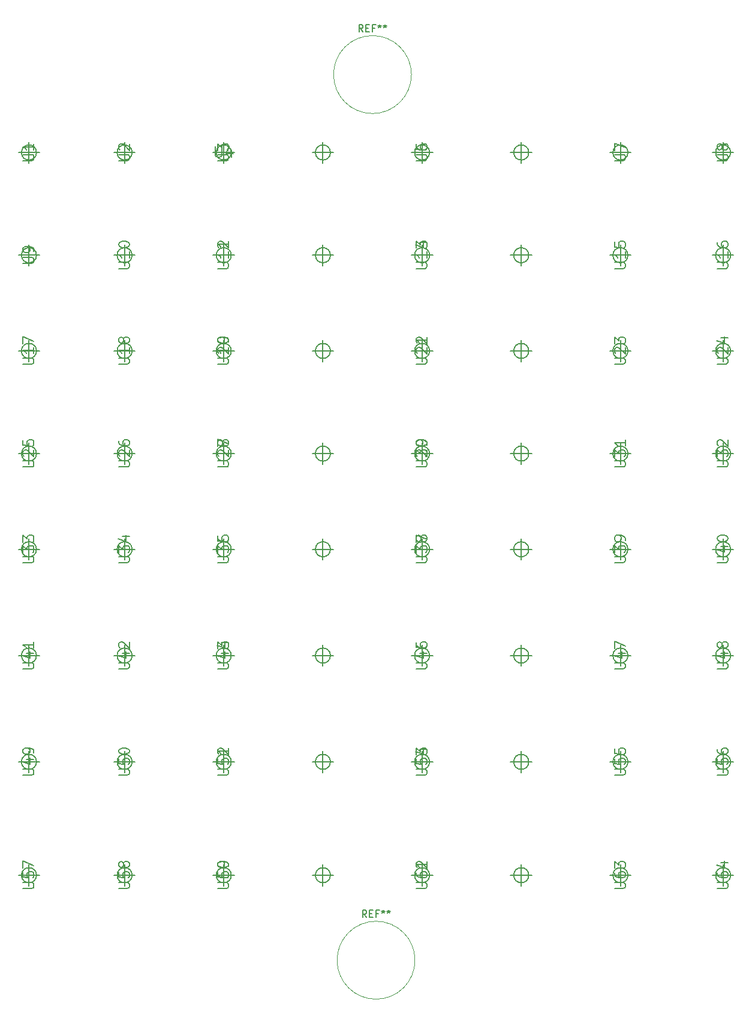
<source format=gbr>
%TF.GenerationSoftware,KiCad,Pcbnew,(5.99.0-10282-g296a9df530)*%
%TF.CreationDate,2021-08-12T07:58:25+00:00*%
%TF.ProjectId,sensorburner,73656e73-6f72-4627-9572-6e65722e6b69,rev?*%
%TF.SameCoordinates,Original*%
%TF.FileFunction,Legend,Top*%
%TF.FilePolarity,Positive*%
%FSLAX46Y46*%
G04 Gerber Fmt 4.6, Leading zero omitted, Abs format (unit mm)*
G04 Created by KiCad (PCBNEW (5.99.0-10282-g296a9df530)) date 2021-08-12 07:58:25*
%MOMM*%
%LPD*%
G01*
G04 APERTURE LIST*
%ADD10C,0.150000*%
%ADD11C,0.127000*%
%ADD12C,0.120000*%
G04 APERTURE END LIST*
D10*
%TO.C,U45*%
X60665428Y-90886857D02*
X61899142Y-90886857D01*
X62044285Y-90814285D01*
X62116857Y-90741714D01*
X62189428Y-90596571D01*
X62189428Y-90306285D01*
X62116857Y-90161142D01*
X62044285Y-90088571D01*
X61899142Y-90016000D01*
X60665428Y-90016000D01*
X61173428Y-88637142D02*
X62189428Y-88637142D01*
X60592857Y-89000000D02*
X61681428Y-89362857D01*
X61681428Y-88419428D01*
X60665428Y-87113142D02*
X60665428Y-87838857D01*
X61391142Y-87911428D01*
X61318571Y-87838857D01*
X61246000Y-87693714D01*
X61246000Y-87330857D01*
X61318571Y-87185714D01*
X61391142Y-87113142D01*
X61536285Y-87040571D01*
X61899142Y-87040571D01*
X62044285Y-87113142D01*
X62116857Y-87185714D01*
X62189428Y-87330857D01*
X62189428Y-87693714D01*
X62116857Y-87838857D01*
X62044285Y-87911428D01*
%TO.C,U24*%
X103165428Y-47886857D02*
X104399142Y-47886857D01*
X104544285Y-47814285D01*
X104616857Y-47741714D01*
X104689428Y-47596571D01*
X104689428Y-47306285D01*
X104616857Y-47161142D01*
X104544285Y-47088571D01*
X104399142Y-47016000D01*
X103165428Y-47016000D01*
X103310571Y-46362857D02*
X103238000Y-46290285D01*
X103165428Y-46145142D01*
X103165428Y-45782285D01*
X103238000Y-45637142D01*
X103310571Y-45564571D01*
X103455714Y-45492000D01*
X103600857Y-45492000D01*
X103818571Y-45564571D01*
X104689428Y-46435428D01*
X104689428Y-45492000D01*
X103673428Y-44185714D02*
X104689428Y-44185714D01*
X103092857Y-44548571D02*
X104181428Y-44911428D01*
X104181428Y-43968000D01*
%TO.C,U23*%
X88665428Y-47886857D02*
X89899142Y-47886857D01*
X90044285Y-47814285D01*
X90116857Y-47741714D01*
X90189428Y-47596571D01*
X90189428Y-47306285D01*
X90116857Y-47161142D01*
X90044285Y-47088571D01*
X89899142Y-47016000D01*
X88665428Y-47016000D01*
X88810571Y-46362857D02*
X88738000Y-46290285D01*
X88665428Y-46145142D01*
X88665428Y-45782285D01*
X88738000Y-45637142D01*
X88810571Y-45564571D01*
X88955714Y-45492000D01*
X89100857Y-45492000D01*
X89318571Y-45564571D01*
X90189428Y-46435428D01*
X90189428Y-45492000D01*
X88665428Y-44984000D02*
X88665428Y-44040571D01*
X89246000Y-44548571D01*
X89246000Y-44330857D01*
X89318571Y-44185714D01*
X89391142Y-44113142D01*
X89536285Y-44040571D01*
X89899142Y-44040571D01*
X90044285Y-44113142D01*
X90116857Y-44185714D01*
X90189428Y-44330857D01*
X90189428Y-44766285D01*
X90116857Y-44911428D01*
X90044285Y-44984000D01*
%TO.C,U20*%
X32665428Y-47886857D02*
X33899142Y-47886857D01*
X34044285Y-47814285D01*
X34116857Y-47741714D01*
X34189428Y-47596571D01*
X34189428Y-47306285D01*
X34116857Y-47161142D01*
X34044285Y-47088571D01*
X33899142Y-47016000D01*
X32665428Y-47016000D01*
X32810571Y-46362857D02*
X32738000Y-46290285D01*
X32665428Y-46145142D01*
X32665428Y-45782285D01*
X32738000Y-45637142D01*
X32810571Y-45564571D01*
X32955714Y-45492000D01*
X33100857Y-45492000D01*
X33318571Y-45564571D01*
X34189428Y-46435428D01*
X34189428Y-45492000D01*
X32665428Y-44548571D02*
X32665428Y-44403428D01*
X32738000Y-44258285D01*
X32810571Y-44185714D01*
X32955714Y-44113142D01*
X33246000Y-44040571D01*
X33608857Y-44040571D01*
X33899142Y-44113142D01*
X34044285Y-44185714D01*
X34116857Y-44258285D01*
X34189428Y-44403428D01*
X34189428Y-44548571D01*
X34116857Y-44693714D01*
X34044285Y-44766285D01*
X33899142Y-44838857D01*
X33608857Y-44911428D01*
X33246000Y-44911428D01*
X32955714Y-44838857D01*
X32810571Y-44766285D01*
X32738000Y-44693714D01*
X32665428Y-44548571D01*
%TO.C,U28*%
X32665428Y-62386857D02*
X33899142Y-62386857D01*
X34044285Y-62314285D01*
X34116857Y-62241714D01*
X34189428Y-62096571D01*
X34189428Y-61806285D01*
X34116857Y-61661142D01*
X34044285Y-61588571D01*
X33899142Y-61516000D01*
X32665428Y-61516000D01*
X32810571Y-60862857D02*
X32738000Y-60790285D01*
X32665428Y-60645142D01*
X32665428Y-60282285D01*
X32738000Y-60137142D01*
X32810571Y-60064571D01*
X32955714Y-59992000D01*
X33100857Y-59992000D01*
X33318571Y-60064571D01*
X34189428Y-60935428D01*
X34189428Y-59992000D01*
X33318571Y-59121142D02*
X33246000Y-59266285D01*
X33173428Y-59338857D01*
X33028285Y-59411428D01*
X32955714Y-59411428D01*
X32810571Y-59338857D01*
X32738000Y-59266285D01*
X32665428Y-59121142D01*
X32665428Y-58830857D01*
X32738000Y-58685714D01*
X32810571Y-58613142D01*
X32955714Y-58540571D01*
X33028285Y-58540571D01*
X33173428Y-58613142D01*
X33246000Y-58685714D01*
X33318571Y-58830857D01*
X33318571Y-59121142D01*
X33391142Y-59266285D01*
X33463714Y-59338857D01*
X33608857Y-59411428D01*
X33899142Y-59411428D01*
X34044285Y-59338857D01*
X34116857Y-59266285D01*
X34189428Y-59121142D01*
X34189428Y-58830857D01*
X34116857Y-58685714D01*
X34044285Y-58613142D01*
X33899142Y-58540571D01*
X33608857Y-58540571D01*
X33463714Y-58613142D01*
X33391142Y-58685714D01*
X33318571Y-58830857D01*
%TO.C,REF\u002A\u002A*%
X53166666Y-952380D02*
X52833333Y-476190D01*
X52595238Y-952380D02*
X52595238Y47619D01*
X52976190Y47619D01*
X53071428Y0D01*
X53119047Y-47619D01*
X53166666Y-142857D01*
X53166666Y-285714D01*
X53119047Y-380952D01*
X53071428Y-428571D01*
X52976190Y-476190D01*
X52595238Y-476190D01*
X53595238Y-428571D02*
X53928571Y-428571D01*
X54071428Y-952380D02*
X53595238Y-952380D01*
X53595238Y47619D01*
X54071428Y47619D01*
X54833333Y-428571D02*
X54500000Y-428571D01*
X54500000Y-952380D02*
X54500000Y47619D01*
X54976190Y47619D01*
X55500000Y47619D02*
X55500000Y-190476D01*
X55261904Y-95238D02*
X55500000Y-190476D01*
X55738095Y-95238D01*
X55357142Y-380952D02*
X55500000Y-190476D01*
X55642857Y-380952D01*
X56261904Y47619D02*
X56261904Y-190476D01*
X56023809Y-95238D02*
X56261904Y-190476D01*
X56500000Y-95238D01*
X56119047Y-380952D02*
X56261904Y-190476D01*
X56404761Y-380952D01*
%TO.C,U8*%
X103165428Y-19161142D02*
X104399142Y-19161142D01*
X104544285Y-19088571D01*
X104616857Y-19016000D01*
X104689428Y-18870857D01*
X104689428Y-18580571D01*
X104616857Y-18435428D01*
X104544285Y-18362857D01*
X104399142Y-18290285D01*
X103165428Y-18290285D01*
X103818571Y-17346857D02*
X103746000Y-17492000D01*
X103673428Y-17564571D01*
X103528285Y-17637142D01*
X103455714Y-17637142D01*
X103310571Y-17564571D01*
X103238000Y-17492000D01*
X103165428Y-17346857D01*
X103165428Y-17056571D01*
X103238000Y-16911428D01*
X103310571Y-16838857D01*
X103455714Y-16766285D01*
X103528285Y-16766285D01*
X103673428Y-16838857D01*
X103746000Y-16911428D01*
X103818571Y-17056571D01*
X103818571Y-17346857D01*
X103891142Y-17492000D01*
X103963714Y-17564571D01*
X104108857Y-17637142D01*
X104399142Y-17637142D01*
X104544285Y-17564571D01*
X104616857Y-17492000D01*
X104689428Y-17346857D01*
X104689428Y-17056571D01*
X104616857Y-16911428D01*
X104544285Y-16838857D01*
X104399142Y-16766285D01*
X104108857Y-16766285D01*
X103963714Y-16838857D01*
X103891142Y-16911428D01*
X103818571Y-17056571D01*
%TO.C,U16*%
X103165428Y-34386857D02*
X104399142Y-34386857D01*
X104544285Y-34314285D01*
X104616857Y-34241714D01*
X104689428Y-34096571D01*
X104689428Y-33806285D01*
X104616857Y-33661142D01*
X104544285Y-33588571D01*
X104399142Y-33516000D01*
X103165428Y-33516000D01*
X104689428Y-31992000D02*
X104689428Y-32862857D01*
X104689428Y-32427428D02*
X103165428Y-32427428D01*
X103383142Y-32572571D01*
X103528285Y-32717714D01*
X103600857Y-32862857D01*
X103165428Y-30685714D02*
X103165428Y-30976000D01*
X103238000Y-31121142D01*
X103310571Y-31193714D01*
X103528285Y-31338857D01*
X103818571Y-31411428D01*
X104399142Y-31411428D01*
X104544285Y-31338857D01*
X104616857Y-31266285D01*
X104689428Y-31121142D01*
X104689428Y-30830857D01*
X104616857Y-30685714D01*
X104544285Y-30613142D01*
X104399142Y-30540571D01*
X104036285Y-30540571D01*
X103891142Y-30613142D01*
X103818571Y-30685714D01*
X103746000Y-30830857D01*
X103746000Y-31121142D01*
X103818571Y-31266285D01*
X103891142Y-31338857D01*
X104036285Y-31411428D01*
%TO.C,U59*%
X32665428Y-121886857D02*
X33899142Y-121886857D01*
X34044285Y-121814285D01*
X34116857Y-121741714D01*
X34189428Y-121596571D01*
X34189428Y-121306285D01*
X34116857Y-121161142D01*
X34044285Y-121088571D01*
X33899142Y-121016000D01*
X32665428Y-121016000D01*
X32665428Y-119564571D02*
X32665428Y-120290285D01*
X33391142Y-120362857D01*
X33318571Y-120290285D01*
X33246000Y-120145142D01*
X33246000Y-119782285D01*
X33318571Y-119637142D01*
X33391142Y-119564571D01*
X33536285Y-119492000D01*
X33899142Y-119492000D01*
X34044285Y-119564571D01*
X34116857Y-119637142D01*
X34189428Y-119782285D01*
X34189428Y-120145142D01*
X34116857Y-120290285D01*
X34044285Y-120362857D01*
X34189428Y-118766285D02*
X34189428Y-118476000D01*
X34116857Y-118330857D01*
X34044285Y-118258285D01*
X33826571Y-118113142D01*
X33536285Y-118040571D01*
X32955714Y-118040571D01*
X32810571Y-118113142D01*
X32738000Y-118185714D01*
X32665428Y-118330857D01*
X32665428Y-118621142D01*
X32738000Y-118766285D01*
X32810571Y-118838857D01*
X32955714Y-118911428D01*
X33318571Y-118911428D01*
X33463714Y-118838857D01*
X33536285Y-118766285D01*
X33608857Y-118621142D01*
X33608857Y-118330857D01*
X33536285Y-118185714D01*
X33463714Y-118113142D01*
X33318571Y-118040571D01*
%TO.C,U7*%
X88665428Y-19161142D02*
X89899142Y-19161142D01*
X90044285Y-19088571D01*
X90116857Y-19016000D01*
X90189428Y-18870857D01*
X90189428Y-18580571D01*
X90116857Y-18435428D01*
X90044285Y-18362857D01*
X89899142Y-18290285D01*
X88665428Y-18290285D01*
X88665428Y-17709714D02*
X88665428Y-16693714D01*
X90189428Y-17346857D01*
%TO.C,U53*%
X60665428Y-105886857D02*
X61899142Y-105886857D01*
X62044285Y-105814285D01*
X62116857Y-105741714D01*
X62189428Y-105596571D01*
X62189428Y-105306285D01*
X62116857Y-105161142D01*
X62044285Y-105088571D01*
X61899142Y-105016000D01*
X60665428Y-105016000D01*
X60665428Y-103564571D02*
X60665428Y-104290285D01*
X61391142Y-104362857D01*
X61318571Y-104290285D01*
X61246000Y-104145142D01*
X61246000Y-103782285D01*
X61318571Y-103637142D01*
X61391142Y-103564571D01*
X61536285Y-103492000D01*
X61899142Y-103492000D01*
X62044285Y-103564571D01*
X62116857Y-103637142D01*
X62189428Y-103782285D01*
X62189428Y-104145142D01*
X62116857Y-104290285D01*
X62044285Y-104362857D01*
X60665428Y-102984000D02*
X60665428Y-102040571D01*
X61246000Y-102548571D01*
X61246000Y-102330857D01*
X61318571Y-102185714D01*
X61391142Y-102113142D01*
X61536285Y-102040571D01*
X61899142Y-102040571D01*
X62044285Y-102113142D01*
X62116857Y-102185714D01*
X62189428Y-102330857D01*
X62189428Y-102766285D01*
X62116857Y-102911428D01*
X62044285Y-102984000D01*
%TO.C,U51*%
X32665428Y-105886857D02*
X33899142Y-105886857D01*
X34044285Y-105814285D01*
X34116857Y-105741714D01*
X34189428Y-105596571D01*
X34189428Y-105306285D01*
X34116857Y-105161142D01*
X34044285Y-105088571D01*
X33899142Y-105016000D01*
X32665428Y-105016000D01*
X32665428Y-103564571D02*
X32665428Y-104290285D01*
X33391142Y-104362857D01*
X33318571Y-104290285D01*
X33246000Y-104145142D01*
X33246000Y-103782285D01*
X33318571Y-103637142D01*
X33391142Y-103564571D01*
X33536285Y-103492000D01*
X33899142Y-103492000D01*
X34044285Y-103564571D01*
X34116857Y-103637142D01*
X34189428Y-103782285D01*
X34189428Y-104145142D01*
X34116857Y-104290285D01*
X34044285Y-104362857D01*
X34189428Y-102040571D02*
X34189428Y-102911428D01*
X34189428Y-102476000D02*
X32665428Y-102476000D01*
X32883142Y-102621142D01*
X33028285Y-102766285D01*
X33100857Y-102911428D01*
%TO.C,U62*%
X60665428Y-121886857D02*
X61899142Y-121886857D01*
X62044285Y-121814285D01*
X62116857Y-121741714D01*
X62189428Y-121596571D01*
X62189428Y-121306285D01*
X62116857Y-121161142D01*
X62044285Y-121088571D01*
X61899142Y-121016000D01*
X60665428Y-121016000D01*
X60665428Y-119637142D02*
X60665428Y-119927428D01*
X60738000Y-120072571D01*
X60810571Y-120145142D01*
X61028285Y-120290285D01*
X61318571Y-120362857D01*
X61899142Y-120362857D01*
X62044285Y-120290285D01*
X62116857Y-120217714D01*
X62189428Y-120072571D01*
X62189428Y-119782285D01*
X62116857Y-119637142D01*
X62044285Y-119564571D01*
X61899142Y-119492000D01*
X61536285Y-119492000D01*
X61391142Y-119564571D01*
X61318571Y-119637142D01*
X61246000Y-119782285D01*
X61246000Y-120072571D01*
X61318571Y-120217714D01*
X61391142Y-120290285D01*
X61536285Y-120362857D01*
X60810571Y-118911428D02*
X60738000Y-118838857D01*
X60665428Y-118693714D01*
X60665428Y-118330857D01*
X60738000Y-118185714D01*
X60810571Y-118113142D01*
X60955714Y-118040571D01*
X61100857Y-118040571D01*
X61318571Y-118113142D01*
X62189428Y-118984000D01*
X62189428Y-118040571D01*
%TO.C,U6*%
X60665428Y-19161142D02*
X61899142Y-19161142D01*
X62044285Y-19088571D01*
X62116857Y-19016000D01*
X62189428Y-18870857D01*
X62189428Y-18580571D01*
X62116857Y-18435428D01*
X62044285Y-18362857D01*
X61899142Y-18290285D01*
X60665428Y-18290285D01*
X60665428Y-16911428D02*
X60665428Y-17201714D01*
X60738000Y-17346857D01*
X60810571Y-17419428D01*
X61028285Y-17564571D01*
X61318571Y-17637142D01*
X61899142Y-17637142D01*
X62044285Y-17564571D01*
X62116857Y-17492000D01*
X62189428Y-17346857D01*
X62189428Y-17056571D01*
X62116857Y-16911428D01*
X62044285Y-16838857D01*
X61899142Y-16766285D01*
X61536285Y-16766285D01*
X61391142Y-16838857D01*
X61318571Y-16911428D01*
X61246000Y-17056571D01*
X61246000Y-17346857D01*
X61318571Y-17492000D01*
X61391142Y-17564571D01*
X61536285Y-17637142D01*
%TO.C,U17*%
X5165428Y-47886857D02*
X6399142Y-47886857D01*
X6544285Y-47814285D01*
X6616857Y-47741714D01*
X6689428Y-47596571D01*
X6689428Y-47306285D01*
X6616857Y-47161142D01*
X6544285Y-47088571D01*
X6399142Y-47016000D01*
X5165428Y-47016000D01*
X6689428Y-45492000D02*
X6689428Y-46362857D01*
X6689428Y-45927428D02*
X5165428Y-45927428D01*
X5383142Y-46072571D01*
X5528285Y-46217714D01*
X5600857Y-46362857D01*
X5165428Y-44984000D02*
X5165428Y-43968000D01*
X6689428Y-44621142D01*
%TO.C,U22*%
X60665428Y-47886857D02*
X61899142Y-47886857D01*
X62044285Y-47814285D01*
X62116857Y-47741714D01*
X62189428Y-47596571D01*
X62189428Y-47306285D01*
X62116857Y-47161142D01*
X62044285Y-47088571D01*
X61899142Y-47016000D01*
X60665428Y-47016000D01*
X60810571Y-46362857D02*
X60738000Y-46290285D01*
X60665428Y-46145142D01*
X60665428Y-45782285D01*
X60738000Y-45637142D01*
X60810571Y-45564571D01*
X60955714Y-45492000D01*
X61100857Y-45492000D01*
X61318571Y-45564571D01*
X62189428Y-46435428D01*
X62189428Y-45492000D01*
X60810571Y-44911428D02*
X60738000Y-44838857D01*
X60665428Y-44693714D01*
X60665428Y-44330857D01*
X60738000Y-44185714D01*
X60810571Y-44113142D01*
X60955714Y-44040571D01*
X61100857Y-44040571D01*
X61318571Y-44113142D01*
X62189428Y-44984000D01*
X62189428Y-44040571D01*
%TO.C,U61*%
X60665428Y-121886857D02*
X61899142Y-121886857D01*
X62044285Y-121814285D01*
X62116857Y-121741714D01*
X62189428Y-121596571D01*
X62189428Y-121306285D01*
X62116857Y-121161142D01*
X62044285Y-121088571D01*
X61899142Y-121016000D01*
X60665428Y-121016000D01*
X60665428Y-119637142D02*
X60665428Y-119927428D01*
X60738000Y-120072571D01*
X60810571Y-120145142D01*
X61028285Y-120290285D01*
X61318571Y-120362857D01*
X61899142Y-120362857D01*
X62044285Y-120290285D01*
X62116857Y-120217714D01*
X62189428Y-120072571D01*
X62189428Y-119782285D01*
X62116857Y-119637142D01*
X62044285Y-119564571D01*
X61899142Y-119492000D01*
X61536285Y-119492000D01*
X61391142Y-119564571D01*
X61318571Y-119637142D01*
X61246000Y-119782285D01*
X61246000Y-120072571D01*
X61318571Y-120217714D01*
X61391142Y-120290285D01*
X61536285Y-120362857D01*
X62189428Y-118040571D02*
X62189428Y-118911428D01*
X62189428Y-118476000D02*
X60665428Y-118476000D01*
X60883142Y-118621142D01*
X61028285Y-118766285D01*
X61100857Y-118911428D01*
%TO.C,U25*%
X5165428Y-62386857D02*
X6399142Y-62386857D01*
X6544285Y-62314285D01*
X6616857Y-62241714D01*
X6689428Y-62096571D01*
X6689428Y-61806285D01*
X6616857Y-61661142D01*
X6544285Y-61588571D01*
X6399142Y-61516000D01*
X5165428Y-61516000D01*
X5310571Y-60862857D02*
X5238000Y-60790285D01*
X5165428Y-60645142D01*
X5165428Y-60282285D01*
X5238000Y-60137142D01*
X5310571Y-60064571D01*
X5455714Y-59992000D01*
X5600857Y-59992000D01*
X5818571Y-60064571D01*
X6689428Y-60935428D01*
X6689428Y-59992000D01*
X5165428Y-58613142D02*
X5165428Y-59338857D01*
X5891142Y-59411428D01*
X5818571Y-59338857D01*
X5746000Y-59193714D01*
X5746000Y-58830857D01*
X5818571Y-58685714D01*
X5891142Y-58613142D01*
X6036285Y-58540571D01*
X6399142Y-58540571D01*
X6544285Y-58613142D01*
X6616857Y-58685714D01*
X6689428Y-58830857D01*
X6689428Y-59193714D01*
X6616857Y-59338857D01*
X6544285Y-59411428D01*
%TO.C,U63*%
X88665428Y-121886857D02*
X89899142Y-121886857D01*
X90044285Y-121814285D01*
X90116857Y-121741714D01*
X90189428Y-121596571D01*
X90189428Y-121306285D01*
X90116857Y-121161142D01*
X90044285Y-121088571D01*
X89899142Y-121016000D01*
X88665428Y-121016000D01*
X88665428Y-119637142D02*
X88665428Y-119927428D01*
X88738000Y-120072571D01*
X88810571Y-120145142D01*
X89028285Y-120290285D01*
X89318571Y-120362857D01*
X89899142Y-120362857D01*
X90044285Y-120290285D01*
X90116857Y-120217714D01*
X90189428Y-120072571D01*
X90189428Y-119782285D01*
X90116857Y-119637142D01*
X90044285Y-119564571D01*
X89899142Y-119492000D01*
X89536285Y-119492000D01*
X89391142Y-119564571D01*
X89318571Y-119637142D01*
X89246000Y-119782285D01*
X89246000Y-120072571D01*
X89318571Y-120217714D01*
X89391142Y-120290285D01*
X89536285Y-120362857D01*
X88665428Y-118984000D02*
X88665428Y-118040571D01*
X89246000Y-118548571D01*
X89246000Y-118330857D01*
X89318571Y-118185714D01*
X89391142Y-118113142D01*
X89536285Y-118040571D01*
X89899142Y-118040571D01*
X90044285Y-118113142D01*
X90116857Y-118185714D01*
X90189428Y-118330857D01*
X90189428Y-118766285D01*
X90116857Y-118911428D01*
X90044285Y-118984000D01*
%TO.C,U43*%
X32665428Y-90886857D02*
X33899142Y-90886857D01*
X34044285Y-90814285D01*
X34116857Y-90741714D01*
X34189428Y-90596571D01*
X34189428Y-90306285D01*
X34116857Y-90161142D01*
X34044285Y-90088571D01*
X33899142Y-90016000D01*
X32665428Y-90016000D01*
X33173428Y-88637142D02*
X34189428Y-88637142D01*
X32592857Y-89000000D02*
X33681428Y-89362857D01*
X33681428Y-88419428D01*
X32665428Y-87984000D02*
X32665428Y-87040571D01*
X33246000Y-87548571D01*
X33246000Y-87330857D01*
X33318571Y-87185714D01*
X33391142Y-87113142D01*
X33536285Y-87040571D01*
X33899142Y-87040571D01*
X34044285Y-87113142D01*
X34116857Y-87185714D01*
X34189428Y-87330857D01*
X34189428Y-87766285D01*
X34116857Y-87911428D01*
X34044285Y-87984000D01*
%TO.C,U49*%
X5165428Y-105886857D02*
X6399142Y-105886857D01*
X6544285Y-105814285D01*
X6616857Y-105741714D01*
X6689428Y-105596571D01*
X6689428Y-105306285D01*
X6616857Y-105161142D01*
X6544285Y-105088571D01*
X6399142Y-105016000D01*
X5165428Y-105016000D01*
X5673428Y-103637142D02*
X6689428Y-103637142D01*
X5092857Y-104000000D02*
X6181428Y-104362857D01*
X6181428Y-103419428D01*
X6689428Y-102766285D02*
X6689428Y-102476000D01*
X6616857Y-102330857D01*
X6544285Y-102258285D01*
X6326571Y-102113142D01*
X6036285Y-102040571D01*
X5455714Y-102040571D01*
X5310571Y-102113142D01*
X5238000Y-102185714D01*
X5165428Y-102330857D01*
X5165428Y-102621142D01*
X5238000Y-102766285D01*
X5310571Y-102838857D01*
X5455714Y-102911428D01*
X5818571Y-102911428D01*
X5963714Y-102838857D01*
X6036285Y-102766285D01*
X6108857Y-102621142D01*
X6108857Y-102330857D01*
X6036285Y-102185714D01*
X5963714Y-102113142D01*
X5818571Y-102040571D01*
%TO.C,U14*%
X60665428Y-34386857D02*
X61899142Y-34386857D01*
X62044285Y-34314285D01*
X62116857Y-34241714D01*
X62189428Y-34096571D01*
X62189428Y-33806285D01*
X62116857Y-33661142D01*
X62044285Y-33588571D01*
X61899142Y-33516000D01*
X60665428Y-33516000D01*
X62189428Y-31992000D02*
X62189428Y-32862857D01*
X62189428Y-32427428D02*
X60665428Y-32427428D01*
X60883142Y-32572571D01*
X61028285Y-32717714D01*
X61100857Y-32862857D01*
X61173428Y-30685714D02*
X62189428Y-30685714D01*
X60592857Y-31048571D02*
X61681428Y-31411428D01*
X61681428Y-30468000D01*
%TO.C,U44*%
X32665428Y-90886857D02*
X33899142Y-90886857D01*
X34044285Y-90814285D01*
X34116857Y-90741714D01*
X34189428Y-90596571D01*
X34189428Y-90306285D01*
X34116857Y-90161142D01*
X34044285Y-90088571D01*
X33899142Y-90016000D01*
X32665428Y-90016000D01*
X33173428Y-88637142D02*
X34189428Y-88637142D01*
X32592857Y-89000000D02*
X33681428Y-89362857D01*
X33681428Y-88419428D01*
X33173428Y-87185714D02*
X34189428Y-87185714D01*
X32592857Y-87548571D02*
X33681428Y-87911428D01*
X33681428Y-86968000D01*
%TO.C,U48*%
X103165428Y-90886857D02*
X104399142Y-90886857D01*
X104544285Y-90814285D01*
X104616857Y-90741714D01*
X104689428Y-90596571D01*
X104689428Y-90306285D01*
X104616857Y-90161142D01*
X104544285Y-90088571D01*
X104399142Y-90016000D01*
X103165428Y-90016000D01*
X103673428Y-88637142D02*
X104689428Y-88637142D01*
X103092857Y-89000000D02*
X104181428Y-89362857D01*
X104181428Y-88419428D01*
X103818571Y-87621142D02*
X103746000Y-87766285D01*
X103673428Y-87838857D01*
X103528285Y-87911428D01*
X103455714Y-87911428D01*
X103310571Y-87838857D01*
X103238000Y-87766285D01*
X103165428Y-87621142D01*
X103165428Y-87330857D01*
X103238000Y-87185714D01*
X103310571Y-87113142D01*
X103455714Y-87040571D01*
X103528285Y-87040571D01*
X103673428Y-87113142D01*
X103746000Y-87185714D01*
X103818571Y-87330857D01*
X103818571Y-87621142D01*
X103891142Y-87766285D01*
X103963714Y-87838857D01*
X104108857Y-87911428D01*
X104399142Y-87911428D01*
X104544285Y-87838857D01*
X104616857Y-87766285D01*
X104689428Y-87621142D01*
X104689428Y-87330857D01*
X104616857Y-87185714D01*
X104544285Y-87113142D01*
X104399142Y-87040571D01*
X104108857Y-87040571D01*
X103963714Y-87113142D01*
X103891142Y-87185714D01*
X103818571Y-87330857D01*
%TO.C,U30*%
X60665428Y-62386857D02*
X61899142Y-62386857D01*
X62044285Y-62314285D01*
X62116857Y-62241714D01*
X62189428Y-62096571D01*
X62189428Y-61806285D01*
X62116857Y-61661142D01*
X62044285Y-61588571D01*
X61899142Y-61516000D01*
X60665428Y-61516000D01*
X60665428Y-60935428D02*
X60665428Y-59992000D01*
X61246000Y-60500000D01*
X61246000Y-60282285D01*
X61318571Y-60137142D01*
X61391142Y-60064571D01*
X61536285Y-59992000D01*
X61899142Y-59992000D01*
X62044285Y-60064571D01*
X62116857Y-60137142D01*
X62189428Y-60282285D01*
X62189428Y-60717714D01*
X62116857Y-60862857D01*
X62044285Y-60935428D01*
X60665428Y-59048571D02*
X60665428Y-58903428D01*
X60738000Y-58758285D01*
X60810571Y-58685714D01*
X60955714Y-58613142D01*
X61246000Y-58540571D01*
X61608857Y-58540571D01*
X61899142Y-58613142D01*
X62044285Y-58685714D01*
X62116857Y-58758285D01*
X62189428Y-58903428D01*
X62189428Y-59048571D01*
X62116857Y-59193714D01*
X62044285Y-59266285D01*
X61899142Y-59338857D01*
X61608857Y-59411428D01*
X61246000Y-59411428D01*
X60955714Y-59338857D01*
X60810571Y-59266285D01*
X60738000Y-59193714D01*
X60665428Y-59048571D01*
%TO.C,U11*%
X32665428Y-34386857D02*
X33899142Y-34386857D01*
X34044285Y-34314285D01*
X34116857Y-34241714D01*
X34189428Y-34096571D01*
X34189428Y-33806285D01*
X34116857Y-33661142D01*
X34044285Y-33588571D01*
X33899142Y-33516000D01*
X32665428Y-33516000D01*
X34189428Y-31992000D02*
X34189428Y-32862857D01*
X34189428Y-32427428D02*
X32665428Y-32427428D01*
X32883142Y-32572571D01*
X33028285Y-32717714D01*
X33100857Y-32862857D01*
X34189428Y-30540571D02*
X34189428Y-31411428D01*
X34189428Y-30976000D02*
X32665428Y-30976000D01*
X32883142Y-31121142D01*
X33028285Y-31266285D01*
X33100857Y-31411428D01*
%TO.C,U46*%
X60665428Y-90886857D02*
X61899142Y-90886857D01*
X62044285Y-90814285D01*
X62116857Y-90741714D01*
X62189428Y-90596571D01*
X62189428Y-90306285D01*
X62116857Y-90161142D01*
X62044285Y-90088571D01*
X61899142Y-90016000D01*
X60665428Y-90016000D01*
X61173428Y-88637142D02*
X62189428Y-88637142D01*
X60592857Y-89000000D02*
X61681428Y-89362857D01*
X61681428Y-88419428D01*
X60665428Y-87185714D02*
X60665428Y-87476000D01*
X60738000Y-87621142D01*
X60810571Y-87693714D01*
X61028285Y-87838857D01*
X61318571Y-87911428D01*
X61899142Y-87911428D01*
X62044285Y-87838857D01*
X62116857Y-87766285D01*
X62189428Y-87621142D01*
X62189428Y-87330857D01*
X62116857Y-87185714D01*
X62044285Y-87113142D01*
X61899142Y-87040571D01*
X61536285Y-87040571D01*
X61391142Y-87113142D01*
X61318571Y-87185714D01*
X61246000Y-87330857D01*
X61246000Y-87621142D01*
X61318571Y-87766285D01*
X61391142Y-87838857D01*
X61536285Y-87911428D01*
%TO.C,U39*%
X88665428Y-75886857D02*
X89899142Y-75886857D01*
X90044285Y-75814285D01*
X90116857Y-75741714D01*
X90189428Y-75596571D01*
X90189428Y-75306285D01*
X90116857Y-75161142D01*
X90044285Y-75088571D01*
X89899142Y-75016000D01*
X88665428Y-75016000D01*
X88665428Y-74435428D02*
X88665428Y-73492000D01*
X89246000Y-74000000D01*
X89246000Y-73782285D01*
X89318571Y-73637142D01*
X89391142Y-73564571D01*
X89536285Y-73492000D01*
X89899142Y-73492000D01*
X90044285Y-73564571D01*
X90116857Y-73637142D01*
X90189428Y-73782285D01*
X90189428Y-74217714D01*
X90116857Y-74362857D01*
X90044285Y-74435428D01*
X90189428Y-72766285D02*
X90189428Y-72476000D01*
X90116857Y-72330857D01*
X90044285Y-72258285D01*
X89826571Y-72113142D01*
X89536285Y-72040571D01*
X88955714Y-72040571D01*
X88810571Y-72113142D01*
X88738000Y-72185714D01*
X88665428Y-72330857D01*
X88665428Y-72621142D01*
X88738000Y-72766285D01*
X88810571Y-72838857D01*
X88955714Y-72911428D01*
X89318571Y-72911428D01*
X89463714Y-72838857D01*
X89536285Y-72766285D01*
X89608857Y-72621142D01*
X89608857Y-72330857D01*
X89536285Y-72185714D01*
X89463714Y-72113142D01*
X89318571Y-72040571D01*
%TO.C,U42*%
X18665428Y-90886857D02*
X19899142Y-90886857D01*
X20044285Y-90814285D01*
X20116857Y-90741714D01*
X20189428Y-90596571D01*
X20189428Y-90306285D01*
X20116857Y-90161142D01*
X20044285Y-90088571D01*
X19899142Y-90016000D01*
X18665428Y-90016000D01*
X19173428Y-88637142D02*
X20189428Y-88637142D01*
X18592857Y-89000000D02*
X19681428Y-89362857D01*
X19681428Y-88419428D01*
X18810571Y-87911428D02*
X18738000Y-87838857D01*
X18665428Y-87693714D01*
X18665428Y-87330857D01*
X18738000Y-87185714D01*
X18810571Y-87113142D01*
X18955714Y-87040571D01*
X19100857Y-87040571D01*
X19318571Y-87113142D01*
X20189428Y-87984000D01*
X20189428Y-87040571D01*
%TO.C,U38*%
X60665428Y-75886857D02*
X61899142Y-75886857D01*
X62044285Y-75814285D01*
X62116857Y-75741714D01*
X62189428Y-75596571D01*
X62189428Y-75306285D01*
X62116857Y-75161142D01*
X62044285Y-75088571D01*
X61899142Y-75016000D01*
X60665428Y-75016000D01*
X60665428Y-74435428D02*
X60665428Y-73492000D01*
X61246000Y-74000000D01*
X61246000Y-73782285D01*
X61318571Y-73637142D01*
X61391142Y-73564571D01*
X61536285Y-73492000D01*
X61899142Y-73492000D01*
X62044285Y-73564571D01*
X62116857Y-73637142D01*
X62189428Y-73782285D01*
X62189428Y-74217714D01*
X62116857Y-74362857D01*
X62044285Y-74435428D01*
X61318571Y-72621142D02*
X61246000Y-72766285D01*
X61173428Y-72838857D01*
X61028285Y-72911428D01*
X60955714Y-72911428D01*
X60810571Y-72838857D01*
X60738000Y-72766285D01*
X60665428Y-72621142D01*
X60665428Y-72330857D01*
X60738000Y-72185714D01*
X60810571Y-72113142D01*
X60955714Y-72040571D01*
X61028285Y-72040571D01*
X61173428Y-72113142D01*
X61246000Y-72185714D01*
X61318571Y-72330857D01*
X61318571Y-72621142D01*
X61391142Y-72766285D01*
X61463714Y-72838857D01*
X61608857Y-72911428D01*
X61899142Y-72911428D01*
X62044285Y-72838857D01*
X62116857Y-72766285D01*
X62189428Y-72621142D01*
X62189428Y-72330857D01*
X62116857Y-72185714D01*
X62044285Y-72113142D01*
X61899142Y-72040571D01*
X61608857Y-72040571D01*
X61463714Y-72113142D01*
X61391142Y-72185714D01*
X61318571Y-72330857D01*
%TO.C,U58*%
X18665428Y-121886857D02*
X19899142Y-121886857D01*
X20044285Y-121814285D01*
X20116857Y-121741714D01*
X20189428Y-121596571D01*
X20189428Y-121306285D01*
X20116857Y-121161142D01*
X20044285Y-121088571D01*
X19899142Y-121016000D01*
X18665428Y-121016000D01*
X18665428Y-119564571D02*
X18665428Y-120290285D01*
X19391142Y-120362857D01*
X19318571Y-120290285D01*
X19246000Y-120145142D01*
X19246000Y-119782285D01*
X19318571Y-119637142D01*
X19391142Y-119564571D01*
X19536285Y-119492000D01*
X19899142Y-119492000D01*
X20044285Y-119564571D01*
X20116857Y-119637142D01*
X20189428Y-119782285D01*
X20189428Y-120145142D01*
X20116857Y-120290285D01*
X20044285Y-120362857D01*
X19318571Y-118621142D02*
X19246000Y-118766285D01*
X19173428Y-118838857D01*
X19028285Y-118911428D01*
X18955714Y-118911428D01*
X18810571Y-118838857D01*
X18738000Y-118766285D01*
X18665428Y-118621142D01*
X18665428Y-118330857D01*
X18738000Y-118185714D01*
X18810571Y-118113142D01*
X18955714Y-118040571D01*
X19028285Y-118040571D01*
X19173428Y-118113142D01*
X19246000Y-118185714D01*
X19318571Y-118330857D01*
X19318571Y-118621142D01*
X19391142Y-118766285D01*
X19463714Y-118838857D01*
X19608857Y-118911428D01*
X19899142Y-118911428D01*
X20044285Y-118838857D01*
X20116857Y-118766285D01*
X20189428Y-118621142D01*
X20189428Y-118330857D01*
X20116857Y-118185714D01*
X20044285Y-118113142D01*
X19899142Y-118040571D01*
X19608857Y-118040571D01*
X19463714Y-118113142D01*
X19391142Y-118185714D01*
X19318571Y-118330857D01*
%TO.C,U5*%
X60665428Y-19161142D02*
X61899142Y-19161142D01*
X62044285Y-19088571D01*
X62116857Y-19016000D01*
X62189428Y-18870857D01*
X62189428Y-18580571D01*
X62116857Y-18435428D01*
X62044285Y-18362857D01*
X61899142Y-18290285D01*
X60665428Y-18290285D01*
X60665428Y-16838857D02*
X60665428Y-17564571D01*
X61391142Y-17637142D01*
X61318571Y-17564571D01*
X61246000Y-17419428D01*
X61246000Y-17056571D01*
X61318571Y-16911428D01*
X61391142Y-16838857D01*
X61536285Y-16766285D01*
X61899142Y-16766285D01*
X62044285Y-16838857D01*
X62116857Y-16911428D01*
X62189428Y-17056571D01*
X62189428Y-17419428D01*
X62116857Y-17564571D01*
X62044285Y-17637142D01*
%TO.C,U50*%
X18665428Y-105886857D02*
X19899142Y-105886857D01*
X20044285Y-105814285D01*
X20116857Y-105741714D01*
X20189428Y-105596571D01*
X20189428Y-105306285D01*
X20116857Y-105161142D01*
X20044285Y-105088571D01*
X19899142Y-105016000D01*
X18665428Y-105016000D01*
X18665428Y-103564571D02*
X18665428Y-104290285D01*
X19391142Y-104362857D01*
X19318571Y-104290285D01*
X19246000Y-104145142D01*
X19246000Y-103782285D01*
X19318571Y-103637142D01*
X19391142Y-103564571D01*
X19536285Y-103492000D01*
X19899142Y-103492000D01*
X20044285Y-103564571D01*
X20116857Y-103637142D01*
X20189428Y-103782285D01*
X20189428Y-104145142D01*
X20116857Y-104290285D01*
X20044285Y-104362857D01*
X18665428Y-102548571D02*
X18665428Y-102403428D01*
X18738000Y-102258285D01*
X18810571Y-102185714D01*
X18955714Y-102113142D01*
X19246000Y-102040571D01*
X19608857Y-102040571D01*
X19899142Y-102113142D01*
X20044285Y-102185714D01*
X20116857Y-102258285D01*
X20189428Y-102403428D01*
X20189428Y-102548571D01*
X20116857Y-102693714D01*
X20044285Y-102766285D01*
X19899142Y-102838857D01*
X19608857Y-102911428D01*
X19246000Y-102911428D01*
X18955714Y-102838857D01*
X18810571Y-102766285D01*
X18738000Y-102693714D01*
X18665428Y-102548571D01*
%TO.C,U19*%
X32665428Y-47886857D02*
X33899142Y-47886857D01*
X34044285Y-47814285D01*
X34116857Y-47741714D01*
X34189428Y-47596571D01*
X34189428Y-47306285D01*
X34116857Y-47161142D01*
X34044285Y-47088571D01*
X33899142Y-47016000D01*
X32665428Y-47016000D01*
X34189428Y-45492000D02*
X34189428Y-46362857D01*
X34189428Y-45927428D02*
X32665428Y-45927428D01*
X32883142Y-46072571D01*
X33028285Y-46217714D01*
X33100857Y-46362857D01*
X34189428Y-44766285D02*
X34189428Y-44476000D01*
X34116857Y-44330857D01*
X34044285Y-44258285D01*
X33826571Y-44113142D01*
X33536285Y-44040571D01*
X32955714Y-44040571D01*
X32810571Y-44113142D01*
X32738000Y-44185714D01*
X32665428Y-44330857D01*
X32665428Y-44621142D01*
X32738000Y-44766285D01*
X32810571Y-44838857D01*
X32955714Y-44911428D01*
X33318571Y-44911428D01*
X33463714Y-44838857D01*
X33536285Y-44766285D01*
X33608857Y-44621142D01*
X33608857Y-44330857D01*
X33536285Y-44185714D01*
X33463714Y-44113142D01*
X33318571Y-44040571D01*
%TO.C,U21*%
X60665428Y-47886857D02*
X61899142Y-47886857D01*
X62044285Y-47814285D01*
X62116857Y-47741714D01*
X62189428Y-47596571D01*
X62189428Y-47306285D01*
X62116857Y-47161142D01*
X62044285Y-47088571D01*
X61899142Y-47016000D01*
X60665428Y-47016000D01*
X60810571Y-46362857D02*
X60738000Y-46290285D01*
X60665428Y-46145142D01*
X60665428Y-45782285D01*
X60738000Y-45637142D01*
X60810571Y-45564571D01*
X60955714Y-45492000D01*
X61100857Y-45492000D01*
X61318571Y-45564571D01*
X62189428Y-46435428D01*
X62189428Y-45492000D01*
X62189428Y-44040571D02*
X62189428Y-44911428D01*
X62189428Y-44476000D02*
X60665428Y-44476000D01*
X60883142Y-44621142D01*
X61028285Y-44766285D01*
X61100857Y-44911428D01*
%TO.C,U56*%
X103165428Y-105886857D02*
X104399142Y-105886857D01*
X104544285Y-105814285D01*
X104616857Y-105741714D01*
X104689428Y-105596571D01*
X104689428Y-105306285D01*
X104616857Y-105161142D01*
X104544285Y-105088571D01*
X104399142Y-105016000D01*
X103165428Y-105016000D01*
X103165428Y-103564571D02*
X103165428Y-104290285D01*
X103891142Y-104362857D01*
X103818571Y-104290285D01*
X103746000Y-104145142D01*
X103746000Y-103782285D01*
X103818571Y-103637142D01*
X103891142Y-103564571D01*
X104036285Y-103492000D01*
X104399142Y-103492000D01*
X104544285Y-103564571D01*
X104616857Y-103637142D01*
X104689428Y-103782285D01*
X104689428Y-104145142D01*
X104616857Y-104290285D01*
X104544285Y-104362857D01*
X103165428Y-102185714D02*
X103165428Y-102476000D01*
X103238000Y-102621142D01*
X103310571Y-102693714D01*
X103528285Y-102838857D01*
X103818571Y-102911428D01*
X104399142Y-102911428D01*
X104544285Y-102838857D01*
X104616857Y-102766285D01*
X104689428Y-102621142D01*
X104689428Y-102330857D01*
X104616857Y-102185714D01*
X104544285Y-102113142D01*
X104399142Y-102040571D01*
X104036285Y-102040571D01*
X103891142Y-102113142D01*
X103818571Y-102185714D01*
X103746000Y-102330857D01*
X103746000Y-102621142D01*
X103818571Y-102766285D01*
X103891142Y-102838857D01*
X104036285Y-102911428D01*
%TO.C,U35*%
X32665428Y-75886857D02*
X33899142Y-75886857D01*
X34044285Y-75814285D01*
X34116857Y-75741714D01*
X34189428Y-75596571D01*
X34189428Y-75306285D01*
X34116857Y-75161142D01*
X34044285Y-75088571D01*
X33899142Y-75016000D01*
X32665428Y-75016000D01*
X32665428Y-74435428D02*
X32665428Y-73492000D01*
X33246000Y-74000000D01*
X33246000Y-73782285D01*
X33318571Y-73637142D01*
X33391142Y-73564571D01*
X33536285Y-73492000D01*
X33899142Y-73492000D01*
X34044285Y-73564571D01*
X34116857Y-73637142D01*
X34189428Y-73782285D01*
X34189428Y-74217714D01*
X34116857Y-74362857D01*
X34044285Y-74435428D01*
X32665428Y-72113142D02*
X32665428Y-72838857D01*
X33391142Y-72911428D01*
X33318571Y-72838857D01*
X33246000Y-72693714D01*
X33246000Y-72330857D01*
X33318571Y-72185714D01*
X33391142Y-72113142D01*
X33536285Y-72040571D01*
X33899142Y-72040571D01*
X34044285Y-72113142D01*
X34116857Y-72185714D01*
X34189428Y-72330857D01*
X34189428Y-72693714D01*
X34116857Y-72838857D01*
X34044285Y-72911428D01*
%TO.C,U9*%
X5165428Y-33661142D02*
X6399142Y-33661142D01*
X6544285Y-33588571D01*
X6616857Y-33516000D01*
X6689428Y-33370857D01*
X6689428Y-33080571D01*
X6616857Y-32935428D01*
X6544285Y-32862857D01*
X6399142Y-32790285D01*
X5165428Y-32790285D01*
X6689428Y-31992000D02*
X6689428Y-31701714D01*
X6616857Y-31556571D01*
X6544285Y-31484000D01*
X6326571Y-31338857D01*
X6036285Y-31266285D01*
X5455714Y-31266285D01*
X5310571Y-31338857D01*
X5238000Y-31411428D01*
X5165428Y-31556571D01*
X5165428Y-31846857D01*
X5238000Y-31992000D01*
X5310571Y-32064571D01*
X5455714Y-32137142D01*
X5818571Y-32137142D01*
X5963714Y-32064571D01*
X6036285Y-31992000D01*
X6108857Y-31846857D01*
X6108857Y-31556571D01*
X6036285Y-31411428D01*
X5963714Y-31338857D01*
X5818571Y-31266285D01*
%TO.C,U57*%
X5165428Y-121886857D02*
X6399142Y-121886857D01*
X6544285Y-121814285D01*
X6616857Y-121741714D01*
X6689428Y-121596571D01*
X6689428Y-121306285D01*
X6616857Y-121161142D01*
X6544285Y-121088571D01*
X6399142Y-121016000D01*
X5165428Y-121016000D01*
X5165428Y-119564571D02*
X5165428Y-120290285D01*
X5891142Y-120362857D01*
X5818571Y-120290285D01*
X5746000Y-120145142D01*
X5746000Y-119782285D01*
X5818571Y-119637142D01*
X5891142Y-119564571D01*
X6036285Y-119492000D01*
X6399142Y-119492000D01*
X6544285Y-119564571D01*
X6616857Y-119637142D01*
X6689428Y-119782285D01*
X6689428Y-120145142D01*
X6616857Y-120290285D01*
X6544285Y-120362857D01*
X5165428Y-118984000D02*
X5165428Y-117968000D01*
X6689428Y-118621142D01*
%TO.C,U15*%
X88665428Y-34386857D02*
X89899142Y-34386857D01*
X90044285Y-34314285D01*
X90116857Y-34241714D01*
X90189428Y-34096571D01*
X90189428Y-33806285D01*
X90116857Y-33661142D01*
X90044285Y-33588571D01*
X89899142Y-33516000D01*
X88665428Y-33516000D01*
X90189428Y-31992000D02*
X90189428Y-32862857D01*
X90189428Y-32427428D02*
X88665428Y-32427428D01*
X88883142Y-32572571D01*
X89028285Y-32717714D01*
X89100857Y-32862857D01*
X88665428Y-30613142D02*
X88665428Y-31338857D01*
X89391142Y-31411428D01*
X89318571Y-31338857D01*
X89246000Y-31193714D01*
X89246000Y-30830857D01*
X89318571Y-30685714D01*
X89391142Y-30613142D01*
X89536285Y-30540571D01*
X89899142Y-30540571D01*
X90044285Y-30613142D01*
X90116857Y-30685714D01*
X90189428Y-30830857D01*
X90189428Y-31193714D01*
X90116857Y-31338857D01*
X90044285Y-31411428D01*
%TO.C,U54*%
X60665428Y-105886857D02*
X61899142Y-105886857D01*
X62044285Y-105814285D01*
X62116857Y-105741714D01*
X62189428Y-105596571D01*
X62189428Y-105306285D01*
X62116857Y-105161142D01*
X62044285Y-105088571D01*
X61899142Y-105016000D01*
X60665428Y-105016000D01*
X60665428Y-103564571D02*
X60665428Y-104290285D01*
X61391142Y-104362857D01*
X61318571Y-104290285D01*
X61246000Y-104145142D01*
X61246000Y-103782285D01*
X61318571Y-103637142D01*
X61391142Y-103564571D01*
X61536285Y-103492000D01*
X61899142Y-103492000D01*
X62044285Y-103564571D01*
X62116857Y-103637142D01*
X62189428Y-103782285D01*
X62189428Y-104145142D01*
X62116857Y-104290285D01*
X62044285Y-104362857D01*
X61173428Y-102185714D02*
X62189428Y-102185714D01*
X60592857Y-102548571D02*
X61681428Y-102911428D01*
X61681428Y-101968000D01*
%TO.C,U13*%
X60665428Y-34386857D02*
X61899142Y-34386857D01*
X62044285Y-34314285D01*
X62116857Y-34241714D01*
X62189428Y-34096571D01*
X62189428Y-33806285D01*
X62116857Y-33661142D01*
X62044285Y-33588571D01*
X61899142Y-33516000D01*
X60665428Y-33516000D01*
X62189428Y-31992000D02*
X62189428Y-32862857D01*
X62189428Y-32427428D02*
X60665428Y-32427428D01*
X60883142Y-32572571D01*
X61028285Y-32717714D01*
X61100857Y-32862857D01*
X60665428Y-31484000D02*
X60665428Y-30540571D01*
X61246000Y-31048571D01*
X61246000Y-30830857D01*
X61318571Y-30685714D01*
X61391142Y-30613142D01*
X61536285Y-30540571D01*
X61899142Y-30540571D01*
X62044285Y-30613142D01*
X62116857Y-30685714D01*
X62189428Y-30830857D01*
X62189428Y-31266285D01*
X62116857Y-31411428D01*
X62044285Y-31484000D01*
%TO.C,U52*%
X32665428Y-105886857D02*
X33899142Y-105886857D01*
X34044285Y-105814285D01*
X34116857Y-105741714D01*
X34189428Y-105596571D01*
X34189428Y-105306285D01*
X34116857Y-105161142D01*
X34044285Y-105088571D01*
X33899142Y-105016000D01*
X32665428Y-105016000D01*
X32665428Y-103564571D02*
X32665428Y-104290285D01*
X33391142Y-104362857D01*
X33318571Y-104290285D01*
X33246000Y-104145142D01*
X33246000Y-103782285D01*
X33318571Y-103637142D01*
X33391142Y-103564571D01*
X33536285Y-103492000D01*
X33899142Y-103492000D01*
X34044285Y-103564571D01*
X34116857Y-103637142D01*
X34189428Y-103782285D01*
X34189428Y-104145142D01*
X34116857Y-104290285D01*
X34044285Y-104362857D01*
X32810571Y-102911428D02*
X32738000Y-102838857D01*
X32665428Y-102693714D01*
X32665428Y-102330857D01*
X32738000Y-102185714D01*
X32810571Y-102113142D01*
X32955714Y-102040571D01*
X33100857Y-102040571D01*
X33318571Y-102113142D01*
X34189428Y-102984000D01*
X34189428Y-102040571D01*
%TO.C,U27*%
X32665428Y-62386857D02*
X33899142Y-62386857D01*
X34044285Y-62314285D01*
X34116857Y-62241714D01*
X34189428Y-62096571D01*
X34189428Y-61806285D01*
X34116857Y-61661142D01*
X34044285Y-61588571D01*
X33899142Y-61516000D01*
X32665428Y-61516000D01*
X32810571Y-60862857D02*
X32738000Y-60790285D01*
X32665428Y-60645142D01*
X32665428Y-60282285D01*
X32738000Y-60137142D01*
X32810571Y-60064571D01*
X32955714Y-59992000D01*
X33100857Y-59992000D01*
X33318571Y-60064571D01*
X34189428Y-60935428D01*
X34189428Y-59992000D01*
X32665428Y-59484000D02*
X32665428Y-58468000D01*
X34189428Y-59121142D01*
%TO.C,U55*%
X88665428Y-105886857D02*
X89899142Y-105886857D01*
X90044285Y-105814285D01*
X90116857Y-105741714D01*
X90189428Y-105596571D01*
X90189428Y-105306285D01*
X90116857Y-105161142D01*
X90044285Y-105088571D01*
X89899142Y-105016000D01*
X88665428Y-105016000D01*
X88665428Y-103564571D02*
X88665428Y-104290285D01*
X89391142Y-104362857D01*
X89318571Y-104290285D01*
X89246000Y-104145142D01*
X89246000Y-103782285D01*
X89318571Y-103637142D01*
X89391142Y-103564571D01*
X89536285Y-103492000D01*
X89899142Y-103492000D01*
X90044285Y-103564571D01*
X90116857Y-103637142D01*
X90189428Y-103782285D01*
X90189428Y-104145142D01*
X90116857Y-104290285D01*
X90044285Y-104362857D01*
X88665428Y-102113142D02*
X88665428Y-102838857D01*
X89391142Y-102911428D01*
X89318571Y-102838857D01*
X89246000Y-102693714D01*
X89246000Y-102330857D01*
X89318571Y-102185714D01*
X89391142Y-102113142D01*
X89536285Y-102040571D01*
X89899142Y-102040571D01*
X90044285Y-102113142D01*
X90116857Y-102185714D01*
X90189428Y-102330857D01*
X90189428Y-102693714D01*
X90116857Y-102838857D01*
X90044285Y-102911428D01*
%TO.C,U2*%
X18665428Y-19161142D02*
X19899142Y-19161142D01*
X20044285Y-19088571D01*
X20116857Y-19016000D01*
X20189428Y-18870857D01*
X20189428Y-18580571D01*
X20116857Y-18435428D01*
X20044285Y-18362857D01*
X19899142Y-18290285D01*
X18665428Y-18290285D01*
X18810571Y-17637142D02*
X18738000Y-17564571D01*
X18665428Y-17419428D01*
X18665428Y-17056571D01*
X18738000Y-16911428D01*
X18810571Y-16838857D01*
X18955714Y-16766285D01*
X19100857Y-16766285D01*
X19318571Y-16838857D01*
X20189428Y-17709714D01*
X20189428Y-16766285D01*
%TO.C,U33*%
X5165428Y-75886857D02*
X6399142Y-75886857D01*
X6544285Y-75814285D01*
X6616857Y-75741714D01*
X6689428Y-75596571D01*
X6689428Y-75306285D01*
X6616857Y-75161142D01*
X6544285Y-75088571D01*
X6399142Y-75016000D01*
X5165428Y-75016000D01*
X5165428Y-74435428D02*
X5165428Y-73492000D01*
X5746000Y-74000000D01*
X5746000Y-73782285D01*
X5818571Y-73637142D01*
X5891142Y-73564571D01*
X6036285Y-73492000D01*
X6399142Y-73492000D01*
X6544285Y-73564571D01*
X6616857Y-73637142D01*
X6689428Y-73782285D01*
X6689428Y-74217714D01*
X6616857Y-74362857D01*
X6544285Y-74435428D01*
X5165428Y-72984000D02*
X5165428Y-72040571D01*
X5746000Y-72548571D01*
X5746000Y-72330857D01*
X5818571Y-72185714D01*
X5891142Y-72113142D01*
X6036285Y-72040571D01*
X6399142Y-72040571D01*
X6544285Y-72113142D01*
X6616857Y-72185714D01*
X6689428Y-72330857D01*
X6689428Y-72766285D01*
X6616857Y-72911428D01*
X6544285Y-72984000D01*
%TO.C,U36*%
X32665428Y-75886857D02*
X33899142Y-75886857D01*
X34044285Y-75814285D01*
X34116857Y-75741714D01*
X34189428Y-75596571D01*
X34189428Y-75306285D01*
X34116857Y-75161142D01*
X34044285Y-75088571D01*
X33899142Y-75016000D01*
X32665428Y-75016000D01*
X32665428Y-74435428D02*
X32665428Y-73492000D01*
X33246000Y-74000000D01*
X33246000Y-73782285D01*
X33318571Y-73637142D01*
X33391142Y-73564571D01*
X33536285Y-73492000D01*
X33899142Y-73492000D01*
X34044285Y-73564571D01*
X34116857Y-73637142D01*
X34189428Y-73782285D01*
X34189428Y-74217714D01*
X34116857Y-74362857D01*
X34044285Y-74435428D01*
X32665428Y-72185714D02*
X32665428Y-72476000D01*
X32738000Y-72621142D01*
X32810571Y-72693714D01*
X33028285Y-72838857D01*
X33318571Y-72911428D01*
X33899142Y-72911428D01*
X34044285Y-72838857D01*
X34116857Y-72766285D01*
X34189428Y-72621142D01*
X34189428Y-72330857D01*
X34116857Y-72185714D01*
X34044285Y-72113142D01*
X33899142Y-72040571D01*
X33536285Y-72040571D01*
X33391142Y-72113142D01*
X33318571Y-72185714D01*
X33246000Y-72330857D01*
X33246000Y-72621142D01*
X33318571Y-72766285D01*
X33391142Y-72838857D01*
X33536285Y-72911428D01*
%TO.C,U40*%
X103165428Y-75886857D02*
X104399142Y-75886857D01*
X104544285Y-75814285D01*
X104616857Y-75741714D01*
X104689428Y-75596571D01*
X104689428Y-75306285D01*
X104616857Y-75161142D01*
X104544285Y-75088571D01*
X104399142Y-75016000D01*
X103165428Y-75016000D01*
X103673428Y-73637142D02*
X104689428Y-73637142D01*
X103092857Y-74000000D02*
X104181428Y-74362857D01*
X104181428Y-73419428D01*
X103165428Y-72548571D02*
X103165428Y-72403428D01*
X103238000Y-72258285D01*
X103310571Y-72185714D01*
X103455714Y-72113142D01*
X103746000Y-72040571D01*
X104108857Y-72040571D01*
X104399142Y-72113142D01*
X104544285Y-72185714D01*
X104616857Y-72258285D01*
X104689428Y-72403428D01*
X104689428Y-72548571D01*
X104616857Y-72693714D01*
X104544285Y-72766285D01*
X104399142Y-72838857D01*
X104108857Y-72911428D01*
X103746000Y-72911428D01*
X103455714Y-72838857D01*
X103310571Y-72766285D01*
X103238000Y-72693714D01*
X103165428Y-72548571D01*
%TO.C,U34*%
X18665428Y-75886857D02*
X19899142Y-75886857D01*
X20044285Y-75814285D01*
X20116857Y-75741714D01*
X20189428Y-75596571D01*
X20189428Y-75306285D01*
X20116857Y-75161142D01*
X20044285Y-75088571D01*
X19899142Y-75016000D01*
X18665428Y-75016000D01*
X18665428Y-74435428D02*
X18665428Y-73492000D01*
X19246000Y-74000000D01*
X19246000Y-73782285D01*
X19318571Y-73637142D01*
X19391142Y-73564571D01*
X19536285Y-73492000D01*
X19899142Y-73492000D01*
X20044285Y-73564571D01*
X20116857Y-73637142D01*
X20189428Y-73782285D01*
X20189428Y-74217714D01*
X20116857Y-74362857D01*
X20044285Y-74435428D01*
X19173428Y-72185714D02*
X20189428Y-72185714D01*
X18592857Y-72548571D02*
X19681428Y-72911428D01*
X19681428Y-71968000D01*
%TO.C,U41*%
X5165428Y-90886857D02*
X6399142Y-90886857D01*
X6544285Y-90814285D01*
X6616857Y-90741714D01*
X6689428Y-90596571D01*
X6689428Y-90306285D01*
X6616857Y-90161142D01*
X6544285Y-90088571D01*
X6399142Y-90016000D01*
X5165428Y-90016000D01*
X5673428Y-88637142D02*
X6689428Y-88637142D01*
X5092857Y-89000000D02*
X6181428Y-89362857D01*
X6181428Y-88419428D01*
X6689428Y-87040571D02*
X6689428Y-87911428D01*
X6689428Y-87476000D02*
X5165428Y-87476000D01*
X5383142Y-87621142D01*
X5528285Y-87766285D01*
X5600857Y-87911428D01*
%TO.C,U37*%
X60665428Y-75886857D02*
X61899142Y-75886857D01*
X62044285Y-75814285D01*
X62116857Y-75741714D01*
X62189428Y-75596571D01*
X62189428Y-75306285D01*
X62116857Y-75161142D01*
X62044285Y-75088571D01*
X61899142Y-75016000D01*
X60665428Y-75016000D01*
X60665428Y-74435428D02*
X60665428Y-73492000D01*
X61246000Y-74000000D01*
X61246000Y-73782285D01*
X61318571Y-73637142D01*
X61391142Y-73564571D01*
X61536285Y-73492000D01*
X61899142Y-73492000D01*
X62044285Y-73564571D01*
X62116857Y-73637142D01*
X62189428Y-73782285D01*
X62189428Y-74217714D01*
X62116857Y-74362857D01*
X62044285Y-74435428D01*
X60665428Y-72984000D02*
X60665428Y-71968000D01*
X62189428Y-72621142D01*
%TO.C,U31*%
X88665428Y-62386857D02*
X89899142Y-62386857D01*
X90044285Y-62314285D01*
X90116857Y-62241714D01*
X90189428Y-62096571D01*
X90189428Y-61806285D01*
X90116857Y-61661142D01*
X90044285Y-61588571D01*
X89899142Y-61516000D01*
X88665428Y-61516000D01*
X88665428Y-60935428D02*
X88665428Y-59992000D01*
X89246000Y-60500000D01*
X89246000Y-60282285D01*
X89318571Y-60137142D01*
X89391142Y-60064571D01*
X89536285Y-59992000D01*
X89899142Y-59992000D01*
X90044285Y-60064571D01*
X90116857Y-60137142D01*
X90189428Y-60282285D01*
X90189428Y-60717714D01*
X90116857Y-60862857D01*
X90044285Y-60935428D01*
X90189428Y-58540571D02*
X90189428Y-59411428D01*
X90189428Y-58976000D02*
X88665428Y-58976000D01*
X88883142Y-59121142D01*
X89028285Y-59266285D01*
X89100857Y-59411428D01*
%TO.C,U64*%
X103165428Y-121886857D02*
X104399142Y-121886857D01*
X104544285Y-121814285D01*
X104616857Y-121741714D01*
X104689428Y-121596571D01*
X104689428Y-121306285D01*
X104616857Y-121161142D01*
X104544285Y-121088571D01*
X104399142Y-121016000D01*
X103165428Y-121016000D01*
X103165428Y-119637142D02*
X103165428Y-119927428D01*
X103238000Y-120072571D01*
X103310571Y-120145142D01*
X103528285Y-120290285D01*
X103818571Y-120362857D01*
X104399142Y-120362857D01*
X104544285Y-120290285D01*
X104616857Y-120217714D01*
X104689428Y-120072571D01*
X104689428Y-119782285D01*
X104616857Y-119637142D01*
X104544285Y-119564571D01*
X104399142Y-119492000D01*
X104036285Y-119492000D01*
X103891142Y-119564571D01*
X103818571Y-119637142D01*
X103746000Y-119782285D01*
X103746000Y-120072571D01*
X103818571Y-120217714D01*
X103891142Y-120290285D01*
X104036285Y-120362857D01*
X103673428Y-118185714D02*
X104689428Y-118185714D01*
X103092857Y-118548571D02*
X104181428Y-118911428D01*
X104181428Y-117968000D01*
%TO.C,U4*%
X32338857Y-17165428D02*
X32338857Y-18399142D01*
X32411428Y-18544285D01*
X32484000Y-18616857D01*
X32629142Y-18689428D01*
X32919428Y-18689428D01*
X33064571Y-18616857D01*
X33137142Y-18544285D01*
X33209714Y-18399142D01*
X33209714Y-17165428D01*
X34588571Y-17673428D02*
X34588571Y-18689428D01*
X34225714Y-17092857D02*
X33862857Y-18181428D01*
X34806285Y-18181428D01*
%TO.C,U1*%
X5165428Y-19161142D02*
X6399142Y-19161142D01*
X6544285Y-19088571D01*
X6616857Y-19016000D01*
X6689428Y-18870857D01*
X6689428Y-18580571D01*
X6616857Y-18435428D01*
X6544285Y-18362857D01*
X6399142Y-18290285D01*
X5165428Y-18290285D01*
X6689428Y-16766285D02*
X6689428Y-17637142D01*
X6689428Y-17201714D02*
X5165428Y-17201714D01*
X5383142Y-17346857D01*
X5528285Y-17492000D01*
X5600857Y-17637142D01*
%TO.C,U29*%
X60665428Y-62386857D02*
X61899142Y-62386857D01*
X62044285Y-62314285D01*
X62116857Y-62241714D01*
X62189428Y-62096571D01*
X62189428Y-61806285D01*
X62116857Y-61661142D01*
X62044285Y-61588571D01*
X61899142Y-61516000D01*
X60665428Y-61516000D01*
X60810571Y-60862857D02*
X60738000Y-60790285D01*
X60665428Y-60645142D01*
X60665428Y-60282285D01*
X60738000Y-60137142D01*
X60810571Y-60064571D01*
X60955714Y-59992000D01*
X61100857Y-59992000D01*
X61318571Y-60064571D01*
X62189428Y-60935428D01*
X62189428Y-59992000D01*
X62189428Y-59266285D02*
X62189428Y-58976000D01*
X62116857Y-58830857D01*
X62044285Y-58758285D01*
X61826571Y-58613142D01*
X61536285Y-58540571D01*
X60955714Y-58540571D01*
X60810571Y-58613142D01*
X60738000Y-58685714D01*
X60665428Y-58830857D01*
X60665428Y-59121142D01*
X60738000Y-59266285D01*
X60810571Y-59338857D01*
X60955714Y-59411428D01*
X61318571Y-59411428D01*
X61463714Y-59338857D01*
X61536285Y-59266285D01*
X61608857Y-59121142D01*
X61608857Y-58830857D01*
X61536285Y-58685714D01*
X61463714Y-58613142D01*
X61318571Y-58540571D01*
%TO.C,U26*%
X18665428Y-62386857D02*
X19899142Y-62386857D01*
X20044285Y-62314285D01*
X20116857Y-62241714D01*
X20189428Y-62096571D01*
X20189428Y-61806285D01*
X20116857Y-61661142D01*
X20044285Y-61588571D01*
X19899142Y-61516000D01*
X18665428Y-61516000D01*
X18810571Y-60862857D02*
X18738000Y-60790285D01*
X18665428Y-60645142D01*
X18665428Y-60282285D01*
X18738000Y-60137142D01*
X18810571Y-60064571D01*
X18955714Y-59992000D01*
X19100857Y-59992000D01*
X19318571Y-60064571D01*
X20189428Y-60935428D01*
X20189428Y-59992000D01*
X18665428Y-58685714D02*
X18665428Y-58976000D01*
X18738000Y-59121142D01*
X18810571Y-59193714D01*
X19028285Y-59338857D01*
X19318571Y-59411428D01*
X19899142Y-59411428D01*
X20044285Y-59338857D01*
X20116857Y-59266285D01*
X20189428Y-59121142D01*
X20189428Y-58830857D01*
X20116857Y-58685714D01*
X20044285Y-58613142D01*
X19899142Y-58540571D01*
X19536285Y-58540571D01*
X19391142Y-58613142D01*
X19318571Y-58685714D01*
X19246000Y-58830857D01*
X19246000Y-59121142D01*
X19318571Y-59266285D01*
X19391142Y-59338857D01*
X19536285Y-59411428D01*
%TO.C,U10*%
X18665428Y-34386857D02*
X19899142Y-34386857D01*
X20044285Y-34314285D01*
X20116857Y-34241714D01*
X20189428Y-34096571D01*
X20189428Y-33806285D01*
X20116857Y-33661142D01*
X20044285Y-33588571D01*
X19899142Y-33516000D01*
X18665428Y-33516000D01*
X20189428Y-31992000D02*
X20189428Y-32862857D01*
X20189428Y-32427428D02*
X18665428Y-32427428D01*
X18883142Y-32572571D01*
X19028285Y-32717714D01*
X19100857Y-32862857D01*
X18665428Y-31048571D02*
X18665428Y-30903428D01*
X18738000Y-30758285D01*
X18810571Y-30685714D01*
X18955714Y-30613142D01*
X19246000Y-30540571D01*
X19608857Y-30540571D01*
X19899142Y-30613142D01*
X20044285Y-30685714D01*
X20116857Y-30758285D01*
X20189428Y-30903428D01*
X20189428Y-31048571D01*
X20116857Y-31193714D01*
X20044285Y-31266285D01*
X19899142Y-31338857D01*
X19608857Y-31411428D01*
X19246000Y-31411428D01*
X18955714Y-31338857D01*
X18810571Y-31266285D01*
X18738000Y-31193714D01*
X18665428Y-31048571D01*
%TO.C,U60*%
X32665428Y-121886857D02*
X33899142Y-121886857D01*
X34044285Y-121814285D01*
X34116857Y-121741714D01*
X34189428Y-121596571D01*
X34189428Y-121306285D01*
X34116857Y-121161142D01*
X34044285Y-121088571D01*
X33899142Y-121016000D01*
X32665428Y-121016000D01*
X32665428Y-119637142D02*
X32665428Y-119927428D01*
X32738000Y-120072571D01*
X32810571Y-120145142D01*
X33028285Y-120290285D01*
X33318571Y-120362857D01*
X33899142Y-120362857D01*
X34044285Y-120290285D01*
X34116857Y-120217714D01*
X34189428Y-120072571D01*
X34189428Y-119782285D01*
X34116857Y-119637142D01*
X34044285Y-119564571D01*
X33899142Y-119492000D01*
X33536285Y-119492000D01*
X33391142Y-119564571D01*
X33318571Y-119637142D01*
X33246000Y-119782285D01*
X33246000Y-120072571D01*
X33318571Y-120217714D01*
X33391142Y-120290285D01*
X33536285Y-120362857D01*
X32665428Y-118548571D02*
X32665428Y-118403428D01*
X32738000Y-118258285D01*
X32810571Y-118185714D01*
X32955714Y-118113142D01*
X33246000Y-118040571D01*
X33608857Y-118040571D01*
X33899142Y-118113142D01*
X34044285Y-118185714D01*
X34116857Y-118258285D01*
X34189428Y-118403428D01*
X34189428Y-118548571D01*
X34116857Y-118693714D01*
X34044285Y-118766285D01*
X33899142Y-118838857D01*
X33608857Y-118911428D01*
X33246000Y-118911428D01*
X32955714Y-118838857D01*
X32810571Y-118766285D01*
X32738000Y-118693714D01*
X32665428Y-118548571D01*
%TO.C,U12*%
X32665428Y-34386857D02*
X33899142Y-34386857D01*
X34044285Y-34314285D01*
X34116857Y-34241714D01*
X34189428Y-34096571D01*
X34189428Y-33806285D01*
X34116857Y-33661142D01*
X34044285Y-33588571D01*
X33899142Y-33516000D01*
X32665428Y-33516000D01*
X34189428Y-31992000D02*
X34189428Y-32862857D01*
X34189428Y-32427428D02*
X32665428Y-32427428D01*
X32883142Y-32572571D01*
X33028285Y-32717714D01*
X33100857Y-32862857D01*
X32810571Y-31411428D02*
X32738000Y-31338857D01*
X32665428Y-31193714D01*
X32665428Y-30830857D01*
X32738000Y-30685714D01*
X32810571Y-30613142D01*
X32955714Y-30540571D01*
X33100857Y-30540571D01*
X33318571Y-30613142D01*
X34189428Y-31484000D01*
X34189428Y-30540571D01*
%TO.C,U3*%
X32665428Y-19161142D02*
X33899142Y-19161142D01*
X34044285Y-19088571D01*
X34116857Y-19016000D01*
X34189428Y-18870857D01*
X34189428Y-18580571D01*
X34116857Y-18435428D01*
X34044285Y-18362857D01*
X33899142Y-18290285D01*
X32665428Y-18290285D01*
X32665428Y-17709714D02*
X32665428Y-16766285D01*
X33246000Y-17274285D01*
X33246000Y-17056571D01*
X33318571Y-16911428D01*
X33391142Y-16838857D01*
X33536285Y-16766285D01*
X33899142Y-16766285D01*
X34044285Y-16838857D01*
X34116857Y-16911428D01*
X34189428Y-17056571D01*
X34189428Y-17492000D01*
X34116857Y-17637142D01*
X34044285Y-17709714D01*
%TO.C,U32*%
X103165428Y-62386857D02*
X104399142Y-62386857D01*
X104544285Y-62314285D01*
X104616857Y-62241714D01*
X104689428Y-62096571D01*
X104689428Y-61806285D01*
X104616857Y-61661142D01*
X104544285Y-61588571D01*
X104399142Y-61516000D01*
X103165428Y-61516000D01*
X103165428Y-60935428D02*
X103165428Y-59992000D01*
X103746000Y-60500000D01*
X103746000Y-60282285D01*
X103818571Y-60137142D01*
X103891142Y-60064571D01*
X104036285Y-59992000D01*
X104399142Y-59992000D01*
X104544285Y-60064571D01*
X104616857Y-60137142D01*
X104689428Y-60282285D01*
X104689428Y-60717714D01*
X104616857Y-60862857D01*
X104544285Y-60935428D01*
X103310571Y-59411428D02*
X103238000Y-59338857D01*
X103165428Y-59193714D01*
X103165428Y-58830857D01*
X103238000Y-58685714D01*
X103310571Y-58613142D01*
X103455714Y-58540571D01*
X103600857Y-58540571D01*
X103818571Y-58613142D01*
X104689428Y-59484000D01*
X104689428Y-58540571D01*
%TO.C,REF\u002A\u002A*%
X53666666Y-125952380D02*
X53333333Y-125476190D01*
X53095238Y-125952380D02*
X53095238Y-124952380D01*
X53476190Y-124952380D01*
X53571428Y-125000000D01*
X53619047Y-125047619D01*
X53666666Y-125142857D01*
X53666666Y-125285714D01*
X53619047Y-125380952D01*
X53571428Y-125428571D01*
X53476190Y-125476190D01*
X53095238Y-125476190D01*
X54095238Y-125428571D02*
X54428571Y-125428571D01*
X54571428Y-125952380D02*
X54095238Y-125952380D01*
X54095238Y-124952380D01*
X54571428Y-124952380D01*
X55333333Y-125428571D02*
X55000000Y-125428571D01*
X55000000Y-125952380D02*
X55000000Y-124952380D01*
X55476190Y-124952380D01*
X56000000Y-124952380D02*
X56000000Y-125190476D01*
X55761904Y-125095238D02*
X56000000Y-125190476D01*
X56238095Y-125095238D01*
X55857142Y-125380952D02*
X56000000Y-125190476D01*
X56142857Y-125380952D01*
X56761904Y-124952380D02*
X56761904Y-125190476D01*
X56523809Y-125095238D02*
X56761904Y-125190476D01*
X57000000Y-125095238D01*
X56619047Y-125380952D02*
X56761904Y-125190476D01*
X56904761Y-125380952D01*
%TO.C,U47*%
X88665428Y-90886857D02*
X89899142Y-90886857D01*
X90044285Y-90814285D01*
X90116857Y-90741714D01*
X90189428Y-90596571D01*
X90189428Y-90306285D01*
X90116857Y-90161142D01*
X90044285Y-90088571D01*
X89899142Y-90016000D01*
X88665428Y-90016000D01*
X89173428Y-88637142D02*
X90189428Y-88637142D01*
X88592857Y-89000000D02*
X89681428Y-89362857D01*
X89681428Y-88419428D01*
X88665428Y-87984000D02*
X88665428Y-86968000D01*
X90189428Y-87621142D01*
%TO.C,U18*%
X18665428Y-47886857D02*
X19899142Y-47886857D01*
X20044285Y-47814285D01*
X20116857Y-47741714D01*
X20189428Y-47596571D01*
X20189428Y-47306285D01*
X20116857Y-47161142D01*
X20044285Y-47088571D01*
X19899142Y-47016000D01*
X18665428Y-47016000D01*
X20189428Y-45492000D02*
X20189428Y-46362857D01*
X20189428Y-45927428D02*
X18665428Y-45927428D01*
X18883142Y-46072571D01*
X19028285Y-46217714D01*
X19100857Y-46362857D01*
X19318571Y-44621142D02*
X19246000Y-44766285D01*
X19173428Y-44838857D01*
X19028285Y-44911428D01*
X18955714Y-44911428D01*
X18810571Y-44838857D01*
X18738000Y-44766285D01*
X18665428Y-44621142D01*
X18665428Y-44330857D01*
X18738000Y-44185714D01*
X18810571Y-44113142D01*
X18955714Y-44040571D01*
X19028285Y-44040571D01*
X19173428Y-44113142D01*
X19246000Y-44185714D01*
X19318571Y-44330857D01*
X19318571Y-44621142D01*
X19391142Y-44766285D01*
X19463714Y-44838857D01*
X19608857Y-44911428D01*
X19899142Y-44911428D01*
X20044285Y-44838857D01*
X20116857Y-44766285D01*
X20189428Y-44621142D01*
X20189428Y-44330857D01*
X20116857Y-44185714D01*
X20044285Y-44113142D01*
X19899142Y-44040571D01*
X19608857Y-44040571D01*
X19463714Y-44113142D01*
X19391142Y-44185714D01*
X19318571Y-44330857D01*
D11*
%TO.C,U45*%
X60001400Y-89000000D02*
X62998600Y-89000000D01*
X61500000Y-87501400D02*
X61500000Y-90498600D01*
X62559670Y-89000000D02*
G75*
G03*
X62559670Y-89000000I-1059670J0D01*
G01*
%TO.C,U24*%
X102501400Y-46000000D02*
X105498600Y-46000000D01*
X104000000Y-44501400D02*
X104000000Y-47498600D01*
X105059670Y-46000000D02*
G75*
G03*
X105059670Y-46000000I-1059670J0D01*
G01*
%TO.C,U23*%
X88001400Y-46000000D02*
X90998600Y-46000000D01*
X89500000Y-44501400D02*
X89500000Y-47498600D01*
X90559670Y-46000000D02*
G75*
G03*
X90559670Y-46000000I-1059670J0D01*
G01*
%TO.C,U20*%
X47500000Y-44501400D02*
X47500000Y-47498600D01*
X46001400Y-46000000D02*
X48998600Y-46000000D01*
X48559670Y-46000000D02*
G75*
G03*
X48559670Y-46000000I-1059670J0D01*
G01*
%TO.C,U28*%
X46001400Y-60500000D02*
X48998600Y-60500000D01*
X47500000Y-59001400D02*
X47500000Y-61998600D01*
X48559670Y-60500000D02*
G75*
G03*
X48559670Y-60500000I-1059670J0D01*
G01*
D12*
%TO.C,REF\u002A\u002A*%
X60000000Y-7000000D02*
G75*
G03*
X60000000Y-7000000I-5500000J0D01*
G01*
D11*
%TO.C,U8*%
X102501400Y-18000000D02*
X105498600Y-18000000D01*
X104000000Y-16501400D02*
X104000000Y-19498600D01*
X105059670Y-18000000D02*
G75*
G03*
X105059670Y-18000000I-1059670J0D01*
G01*
%TO.C,U16*%
X102501400Y-32500000D02*
X105498600Y-32500000D01*
X104000000Y-31001400D02*
X104000000Y-33998600D01*
X105059670Y-32500000D02*
G75*
G03*
X105059670Y-32500000I-1059670J0D01*
G01*
%TO.C,U59*%
X32001400Y-120000000D02*
X34998600Y-120000000D01*
X33500000Y-118501400D02*
X33500000Y-121498600D01*
X34559670Y-120000000D02*
G75*
G03*
X34559670Y-120000000I-1059670J0D01*
G01*
%TO.C,U7*%
X88001400Y-18000000D02*
X90998600Y-18000000D01*
X89500000Y-16501400D02*
X89500000Y-19498600D01*
X90559670Y-18000000D02*
G75*
G03*
X90559670Y-18000000I-1059670J0D01*
G01*
%TO.C,U53*%
X61500000Y-102501400D02*
X61500000Y-105498600D01*
X60001400Y-104000000D02*
X62998600Y-104000000D01*
X62559670Y-104000000D02*
G75*
G03*
X62559670Y-104000000I-1059670J0D01*
G01*
%TO.C,U51*%
X32001400Y-104000000D02*
X34998600Y-104000000D01*
X33500000Y-102501400D02*
X33500000Y-105498600D01*
X34559670Y-104000000D02*
G75*
G03*
X34559670Y-104000000I-1059670J0D01*
G01*
%TO.C,U62*%
X74001400Y-120000000D02*
X76998600Y-120000000D01*
X75500000Y-118501400D02*
X75500000Y-121498600D01*
X76559670Y-120000000D02*
G75*
G03*
X76559670Y-120000000I-1059670J0D01*
G01*
%TO.C,U6*%
X74001400Y-18000000D02*
X76998600Y-18000000D01*
X75500000Y-16501400D02*
X75500000Y-19498600D01*
X76559670Y-18000000D02*
G75*
G03*
X76559670Y-18000000I-1059670J0D01*
G01*
%TO.C,U17*%
X4501400Y-46000000D02*
X7498600Y-46000000D01*
X6000000Y-44501400D02*
X6000000Y-47498600D01*
X7059670Y-46000000D02*
G75*
G03*
X7059670Y-46000000I-1059670J0D01*
G01*
%TO.C,U22*%
X75500000Y-44501400D02*
X75500000Y-47498600D01*
X74001400Y-46000000D02*
X76998600Y-46000000D01*
X76559670Y-46000000D02*
G75*
G03*
X76559670Y-46000000I-1059670J0D01*
G01*
%TO.C,U61*%
X60001400Y-120000000D02*
X62998600Y-120000000D01*
X61500000Y-118501400D02*
X61500000Y-121498600D01*
X62559670Y-120000000D02*
G75*
G03*
X62559670Y-120000000I-1059670J0D01*
G01*
%TO.C,U25*%
X4501400Y-60500000D02*
X7498600Y-60500000D01*
X6000000Y-59001400D02*
X6000000Y-61998600D01*
X7059670Y-60500000D02*
G75*
G03*
X7059670Y-60500000I-1059670J0D01*
G01*
%TO.C,U63*%
X88001400Y-120000000D02*
X90998600Y-120000000D01*
X89500000Y-118501400D02*
X89500000Y-121498600D01*
X90559670Y-120000000D02*
G75*
G03*
X90559670Y-120000000I-1059670J0D01*
G01*
%TO.C,U43*%
X32001400Y-89000000D02*
X34998600Y-89000000D01*
X33500000Y-87501400D02*
X33500000Y-90498600D01*
X34559670Y-89000000D02*
G75*
G03*
X34559670Y-89000000I-1059670J0D01*
G01*
%TO.C,U49*%
X4501400Y-104000000D02*
X7498600Y-104000000D01*
X6000000Y-102501400D02*
X6000000Y-105498600D01*
X7059670Y-104000000D02*
G75*
G03*
X7059670Y-104000000I-1059670J0D01*
G01*
%TO.C,U14*%
X74001400Y-32500000D02*
X76998600Y-32500000D01*
X75500000Y-31001400D02*
X75500000Y-33998600D01*
X76559670Y-32500000D02*
G75*
G03*
X76559670Y-32500000I-1059670J0D01*
G01*
%TO.C,U44*%
X47500000Y-87501400D02*
X47500000Y-90498600D01*
X46001400Y-89000000D02*
X48998600Y-89000000D01*
X48559670Y-89000000D02*
G75*
G03*
X48559670Y-89000000I-1059670J0D01*
G01*
%TO.C,U48*%
X102501400Y-89000000D02*
X105498600Y-89000000D01*
X104000000Y-87501400D02*
X104000000Y-90498600D01*
X105059670Y-89000000D02*
G75*
G03*
X105059670Y-89000000I-1059670J0D01*
G01*
%TO.C,U30*%
X75500000Y-59001400D02*
X75500000Y-61998600D01*
X74001400Y-60500000D02*
X76998600Y-60500000D01*
X76559670Y-60500000D02*
G75*
G03*
X76559670Y-60500000I-1059670J0D01*
G01*
%TO.C,U11*%
X32001400Y-32500000D02*
X34998600Y-32500000D01*
X33500000Y-31001400D02*
X33500000Y-33998600D01*
X34559670Y-32500000D02*
G75*
G03*
X34559670Y-32500000I-1059670J0D01*
G01*
%TO.C,U46*%
X74001400Y-89000000D02*
X76998600Y-89000000D01*
X75500000Y-87501400D02*
X75500000Y-90498600D01*
X76559670Y-89000000D02*
G75*
G03*
X76559670Y-89000000I-1059670J0D01*
G01*
%TO.C,U39*%
X88001400Y-74000000D02*
X90998600Y-74000000D01*
X89500000Y-72501400D02*
X89500000Y-75498600D01*
X90559670Y-74000000D02*
G75*
G03*
X90559670Y-74000000I-1059670J0D01*
G01*
%TO.C,U42*%
X19500000Y-87501400D02*
X19500000Y-90498600D01*
X18001400Y-89000000D02*
X20998600Y-89000000D01*
X20559670Y-89000000D02*
G75*
G03*
X20559670Y-89000000I-1059670J0D01*
G01*
%TO.C,U38*%
X75500000Y-72501400D02*
X75500000Y-75498600D01*
X74001400Y-74000000D02*
X76998600Y-74000000D01*
X76559670Y-74000000D02*
G75*
G03*
X76559670Y-74000000I-1059670J0D01*
G01*
%TO.C,U58*%
X19500000Y-118501400D02*
X19500000Y-121498600D01*
X18001400Y-120000000D02*
X20998600Y-120000000D01*
X20559670Y-120000000D02*
G75*
G03*
X20559670Y-120000000I-1059670J0D01*
G01*
%TO.C,U5*%
X61500000Y-16501400D02*
X61500000Y-19498600D01*
X60001400Y-18000000D02*
X62998600Y-18000000D01*
X62559670Y-18000000D02*
G75*
G03*
X62559670Y-18000000I-1059670J0D01*
G01*
%TO.C,U50*%
X18001400Y-104000000D02*
X20998600Y-104000000D01*
X19500000Y-102501400D02*
X19500000Y-105498600D01*
X20559670Y-104000000D02*
G75*
G03*
X20559670Y-104000000I-1059670J0D01*
G01*
%TO.C,U19*%
X33500000Y-44501400D02*
X33500000Y-47498600D01*
X32001400Y-46000000D02*
X34998600Y-46000000D01*
X34559670Y-46000000D02*
G75*
G03*
X34559670Y-46000000I-1059670J0D01*
G01*
%TO.C,U21*%
X60001400Y-46000000D02*
X62998600Y-46000000D01*
X61500000Y-44501400D02*
X61500000Y-47498600D01*
X62559670Y-46000000D02*
G75*
G03*
X62559670Y-46000000I-1059670J0D01*
G01*
%TO.C,U56*%
X102501400Y-104000000D02*
X105498600Y-104000000D01*
X104000000Y-102501400D02*
X104000000Y-105498600D01*
X105059670Y-104000000D02*
G75*
G03*
X105059670Y-104000000I-1059670J0D01*
G01*
%TO.C,U35*%
X33500000Y-72501400D02*
X33500000Y-75498600D01*
X32001400Y-74000000D02*
X34998600Y-74000000D01*
X34559670Y-74000000D02*
G75*
G03*
X34559670Y-74000000I-1059670J0D01*
G01*
%TO.C,U9*%
X6000000Y-31001400D02*
X6000000Y-33998600D01*
X4501400Y-32500000D02*
X7498600Y-32500000D01*
X7059670Y-32500000D02*
G75*
G03*
X7059670Y-32500000I-1059670J0D01*
G01*
%TO.C,U57*%
X6000000Y-118501400D02*
X6000000Y-121498600D01*
X4501400Y-120000000D02*
X7498600Y-120000000D01*
X7059670Y-120000000D02*
G75*
G03*
X7059670Y-120000000I-1059670J0D01*
G01*
%TO.C,U15*%
X88001400Y-32500000D02*
X90998600Y-32500000D01*
X89500000Y-31001400D02*
X89500000Y-33998600D01*
X90559670Y-32500000D02*
G75*
G03*
X90559670Y-32500000I-1059670J0D01*
G01*
%TO.C,U54*%
X74001400Y-104000000D02*
X76998600Y-104000000D01*
X75500000Y-102501400D02*
X75500000Y-105498600D01*
X76559670Y-104000000D02*
G75*
G03*
X76559670Y-104000000I-1059670J0D01*
G01*
%TO.C,U13*%
X61500000Y-31001400D02*
X61500000Y-33998600D01*
X60001400Y-32500000D02*
X62998600Y-32500000D01*
X62559670Y-32500000D02*
G75*
G03*
X62559670Y-32500000I-1059670J0D01*
G01*
%TO.C,U52*%
X46001400Y-104000000D02*
X48998600Y-104000000D01*
X47500000Y-102501400D02*
X47500000Y-105498600D01*
X48559670Y-104000000D02*
G75*
G03*
X48559670Y-104000000I-1059670J0D01*
G01*
%TO.C,U27*%
X32001400Y-60500000D02*
X34998600Y-60500000D01*
X33500000Y-59001400D02*
X33500000Y-61998600D01*
X34559670Y-60500000D02*
G75*
G03*
X34559670Y-60500000I-1059670J0D01*
G01*
%TO.C,U55*%
X88001400Y-104000000D02*
X90998600Y-104000000D01*
X89500000Y-102501400D02*
X89500000Y-105498600D01*
X90559670Y-104000000D02*
G75*
G03*
X90559670Y-104000000I-1059670J0D01*
G01*
%TO.C,U2*%
X18001400Y-18000000D02*
X20998600Y-18000000D01*
X19500000Y-16501400D02*
X19500000Y-19498600D01*
X20559670Y-18000000D02*
G75*
G03*
X20559670Y-18000000I-1059670J0D01*
G01*
%TO.C,U33*%
X6000000Y-72501400D02*
X6000000Y-75498600D01*
X4501400Y-74000000D02*
X7498600Y-74000000D01*
X7059670Y-74000000D02*
G75*
G03*
X7059670Y-74000000I-1059670J0D01*
G01*
%TO.C,U36*%
X47500000Y-72501400D02*
X47500000Y-75498600D01*
X46001400Y-74000000D02*
X48998600Y-74000000D01*
X48559670Y-74000000D02*
G75*
G03*
X48559670Y-74000000I-1059670J0D01*
G01*
%TO.C,U40*%
X102501400Y-74000000D02*
X105498600Y-74000000D01*
X104000000Y-72501400D02*
X104000000Y-75498600D01*
X105059670Y-74000000D02*
G75*
G03*
X105059670Y-74000000I-1059670J0D01*
G01*
%TO.C,U34*%
X18001400Y-74000000D02*
X20998600Y-74000000D01*
X19500000Y-72501400D02*
X19500000Y-75498600D01*
X20559670Y-74000000D02*
G75*
G03*
X20559670Y-74000000I-1059670J0D01*
G01*
%TO.C,U41*%
X4501400Y-89000000D02*
X7498600Y-89000000D01*
X6000000Y-87501400D02*
X6000000Y-90498600D01*
X7059670Y-89000000D02*
G75*
G03*
X7059670Y-89000000I-1059670J0D01*
G01*
%TO.C,U37*%
X61500000Y-72501400D02*
X61500000Y-75498600D01*
X60001400Y-74000000D02*
X62998600Y-74000000D01*
X62559670Y-74000000D02*
G75*
G03*
X62559670Y-74000000I-1059670J0D01*
G01*
%TO.C,U31*%
X89500000Y-59001400D02*
X89500000Y-61998600D01*
X88001400Y-60500000D02*
X90998600Y-60500000D01*
X90559670Y-60500000D02*
G75*
G03*
X90559670Y-60500000I-1059670J0D01*
G01*
%TO.C,U64*%
X102501400Y-120000000D02*
X105498600Y-120000000D01*
X104000000Y-118501400D02*
X104000000Y-121498600D01*
X105059670Y-120000000D02*
G75*
G03*
X105059670Y-120000000I-1059670J0D01*
G01*
%TO.C,U4*%
X47500000Y-16501400D02*
X47500000Y-19498600D01*
X46001400Y-18000000D02*
X48998600Y-18000000D01*
X48559670Y-18000000D02*
G75*
G03*
X48559670Y-18000000I-1059670J0D01*
G01*
%TO.C,U1*%
X4501400Y-18000000D02*
X7498600Y-18000000D01*
X6000000Y-16501400D02*
X6000000Y-19498600D01*
X7059670Y-18000000D02*
G75*
G03*
X7059670Y-18000000I-1059670J0D01*
G01*
%TO.C,U29*%
X61500000Y-59001400D02*
X61500000Y-61998600D01*
X60001400Y-60500000D02*
X62998600Y-60500000D01*
X62559670Y-60500000D02*
G75*
G03*
X62559670Y-60500000I-1059670J0D01*
G01*
%TO.C,U26*%
X18001400Y-60500000D02*
X20998600Y-60500000D01*
X19500000Y-59001400D02*
X19500000Y-61998600D01*
X20559670Y-60500000D02*
G75*
G03*
X20559670Y-60500000I-1059670J0D01*
G01*
%TO.C,U10*%
X18001400Y-32500000D02*
X20998600Y-32500000D01*
X19500000Y-31001400D02*
X19500000Y-33998600D01*
X20559670Y-32500000D02*
G75*
G03*
X20559670Y-32500000I-1059670J0D01*
G01*
%TO.C,U60*%
X46001400Y-120000000D02*
X48998600Y-120000000D01*
X47500000Y-118501400D02*
X47500000Y-121498600D01*
X48559670Y-120000000D02*
G75*
G03*
X48559670Y-120000000I-1059670J0D01*
G01*
%TO.C,U12*%
X46001400Y-32500000D02*
X48998600Y-32500000D01*
X47500000Y-31001400D02*
X47500000Y-33998600D01*
X48559670Y-32500000D02*
G75*
G03*
X48559670Y-32500000I-1059670J0D01*
G01*
%TO.C,U3*%
X32001400Y-18000000D02*
X34998600Y-18000000D01*
X33500000Y-16501400D02*
X33500000Y-19498600D01*
X34559670Y-18000000D02*
G75*
G03*
X34559670Y-18000000I-1059670J0D01*
G01*
%TO.C,U32*%
X104000000Y-59001400D02*
X104000000Y-61998600D01*
X102501400Y-60500000D02*
X105498600Y-60500000D01*
X105059670Y-60500000D02*
G75*
G03*
X105059670Y-60500000I-1059670J0D01*
G01*
D12*
%TO.C,REF\u002A\u002A*%
X60500000Y-132000000D02*
G75*
G03*
X60500000Y-132000000I-5500000J0D01*
G01*
D11*
%TO.C,U47*%
X89500000Y-87501400D02*
X89500000Y-90498600D01*
X88001400Y-89000000D02*
X90998600Y-89000000D01*
X90559670Y-89000000D02*
G75*
G03*
X90559670Y-89000000I-1059670J0D01*
G01*
%TO.C,U18*%
X18001400Y-46000000D02*
X20998600Y-46000000D01*
X19500000Y-44501400D02*
X19500000Y-47498600D01*
X20559670Y-46000000D02*
G75*
G03*
X20559670Y-46000000I-1059670J0D01*
G01*
%TD*%
M02*

</source>
